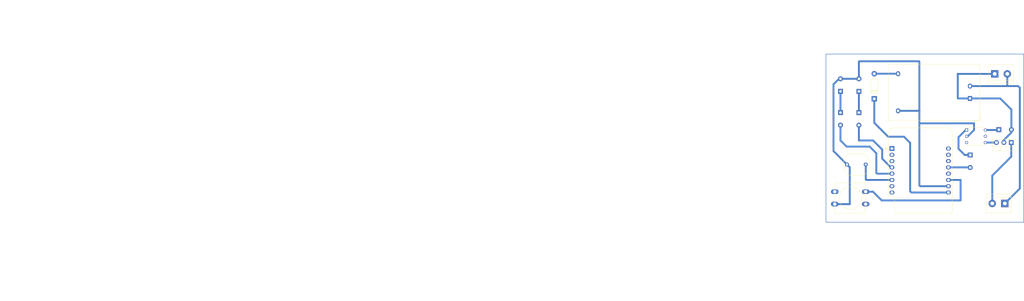
<source format=kicad_pcb>
(kicad_pcb (version 20240108) (generator "pcbnew") (generator_version "8.0")
  (title_block (title "Auto Light") (date "2024/09/22") (rev "02"))
  (layers (0 "F.Cu" signal) (31 "B.Cu" signal) (34 "B.Paste" user) (35 "F.Paste" user) (36 "B.SilkS" user "B.Silkscreen") (37 "F.SilkS" user "F.Silkscreen") (38 "B.Mask" user) (39 "F.Mask" user) (44 "Edge.Cuts" user))
  (net 0 "")
  (net 1 "Net-(D1-A)")
  (net 2 "Net-(D1-K)")
  (net 3 "Net-(J1-Pin_2)")
  (net 4 "Net-(J1-Pin_1)")
  (net 5 "Net-(D2-K)")
  (net 6 "Net-(J2-Pin_2)")
  (net 7 "Net-(Q1-G)")
  (net 8 "Net-(U1-MOSI{slash}D7)")
  (net 10 "Net-(U1-SCK{slash}D5)")
  (net 11 "Net-(U1-MISO{slash}D6)")
  (net 13 "Net-(U1-CS{slash}D8)")
  (net 14 "Net-(U1-SDA{slash}D2)")
  (net 21 "unconnected-(U1-D4-Pad11)")
  (footprint "Module:WEMOS_D1_mini_light" (layer "F.Cu") (at 112.04 80.76)
    (property "Reference" "U1" (hide yes))
    (property "Value" "WeMos_D1_mini")
    (fp_line (start -1.5 19.22) (end -1.5 -6.21) (stroke (width 0.12)) (layer "F.SilkS"))
    (fp_line (start -1.5 19.22) (end 1.04 19.22) (stroke (width 0.12)) (layer "F.SilkS"))
    (fp_line (start 1.04 19.22) (end 1.04 26.12) (stroke (width 0.12)) (layer "F.SilkS"))
    (fp_line (start 1.04 26.12) (end 24.36 26.12) (stroke (width 0.12)) (layer "F.SilkS"))
    (fp_line (start 22.24 -8.34) (end 0.63 -8.34) (stroke (width 0.12)) (layer "F.SilkS"))
    (fp_line (start 24.36 26.12) (end 24.36 -6.21) (stroke (width 0.12)) (layer "F.SilkS"))
    (fp_arc (start -1.5 -6.21) (mid -0.876137 -7.716137) (end 0.63 -8.34) (stroke (width 0.12)) (layer "F.SilkS"))
    (fp_arc (start 22.23 -8.34) (mid 23.736137 -7.716137) (end 24.36 -6.21) (stroke (width 0.12)) (layer "F.SilkS"))
    (fp_poly (pts (xy -2.54 -0.635) (xy -2.54 0.635) (xy -1.905 0)) (stroke (width 0.15)) (fill solid) (layer "F.SilkS"))
    (pad "1" thru_hole rect (at 0 0) (size 2 2) (drill 1) (layers "*.Cu" "*.Mask"))
    (pad "2" thru_hole oval (at 0 2.54) (size 2 1.6) (drill 1) (layers "*.Cu" "*.Mask"))
    (pad "3" thru_hole oval (at 0 5.08) (size 2 1.6) (drill 1) (layers "*.Cu" "*.Mask"))
    (pad "4" thru_hole oval (at 0 7.62) (size 2 1.6) (drill 1) (layers "*.Cu" "*.Mask") (net 10 "Net-(U1-SCK{slash}D5)"))
    (pad "5" thru_hole oval (at 0 10.16) (size 2 1.6) (drill 1) (layers "*.Cu" "*.Mask") (net 11 "Net-(U1-MISO{slash}D6)"))
    (pad "6" thru_hole oval (at 0 12.7) (size 2 1.6) (drill 1) (layers "*.Cu" "*.Mask") (net 8 "Net-(U1-MOSI{slash}D7)"))
    (pad "7" thru_hole oval (at 0 15.24) (size 2 1.6) (drill 1) (layers "*.Cu" "*.Mask") (net 13 "Net-(U1-CS{slash}D8)"))
    (pad "8" thru_hole oval (at 0 17.78) (size 2 1.6) (drill 1) (layers "*.Cu" "*.Mask"))
    (pad "9" thru_hole oval (at 22.86 17.78) (size 2 1.6) (drill 1) (layers "*.Cu" "*.Mask") (net 2 "Net-(D1-K)"))
    (pad "10" thru_hole oval (at 22.86 15.24) (size 2 1.6) (drill 1) (layers "*.Cu" "*.Mask") (net 5 "Net-(D2-K)"))
    (pad "11" thru_hole oval (at 22.86 12.7) (size 2 1.6) (drill 1) (layers "*.Cu" "*.Mask") (net 21 "unconnected-(U1-D4-Pad11)"))
    (pad "12" thru_hole oval (at 22.86 10.16) (size 2 1.6) (drill 1) (layers "*.Cu" "*.Mask"))
    (pad "13" thru_hole oval (at 22.86 7.62) (size 2 1.6) (drill 1) (layers "*.Cu" "*.Mask") (net 14 "Net-(U1-SDA{slash}D2)"))
    (pad "14" thru_hole oval (at 22.86 5.08) (size 2 1.6) (drill 1) (layers "*.Cu" "*.Mask"))
    (pad "15" thru_hole oval (at 22.86 2.54) (size 2 1.6) (drill 1) (layers "*.Cu" "*.Mask"))
    (pad "16" thru_hole oval (at 22.86 0) (size 2 1.6) (drill 1) (layers "*.Cu" "*.Mask"))
  )
  (footprint "TerminalBlock:TerminalBlock_bornier-2_P5.08mm" (layer "F.Cu") (at 98.7 66.235 -90)
    (property "Reference" "REF**" (hide yes))
    (property "Value" "P_LED")
    (pad "1" thru_hole rect (at 0 0 270) (size 2 2) (drill 1) (layers "*.Cu" "*.Mask") (net 5 "Net-(D2-K)"))
    (pad "2" thru_hole circle (at 5.08 0 270) (size 2 2) (drill 1) (layers "*.Cu" "*.Mask") (net 10 "Net-(U1-SCK{slash}D5)"))
  )
  (footprint "Diode_THT:D_DO-41_SOD81_P10.16mm_Horizontal" (layer "F.Cu") (at 104.925 60.655 90)
    (property "Reference" "D1" (hide yes))
    (property "Value" "1N4007")
    (fp_line (start 7.8 -1.47) (end 2.36 -1.47) (stroke (width 0.12)) (layer "F.SilkS"))
    (fp_line (start 3.38 -1.47) (end 3.38 1.47) (stroke (width 0.12)) (layer "F.SilkS"))
    (fp_line (start 3.26 -1.47) (end 3.26 1.47) (stroke (width 0.12)) (layer "F.SilkS"))
    (fp_line (start 3.14 -1.47) (end 3.14 1.47) (stroke (width 0.12)) (layer "F.SilkS"))
    (fp_line (start 2.36 -1.47) (end 2.36 1.47) (stroke (width 0.12)) (layer "F.SilkS"))
    (fp_line (start 8.82 0) (end 7.8 0) (stroke (width 0.12)) (layer "F.SilkS"))
    (fp_line (start 1.34 0) (end 2.36 0) (stroke (width 0.12)) (layer "F.SilkS"))
    (fp_line (start 7.8 1.47) (end 7.8 -1.47) (stroke (width 0.12)) (layer "F.SilkS"))
    (fp_line (start 2.36 1.47) (end 7.8 1.47) (stroke (width 0.12)) (layer "F.SilkS"))
    (pad "1" thru_hole rect (at 0 0 90) (size 2.2 2.2) (drill 1.1) (layers "*.Cu" "*.Mask") (net 2 "Net-(D1-K)"))
    (pad "2" thru_hole oval (at 10.16 0 90) (size 2.2 2.2) (drill 1.1) (layers "*.Cu" "*.Mask") (net 1 "Net-(D1-A)"))
  )
  (footprint "Package_TO_SOT_THT:TO-220-3_Vertical" (layer "F.Cu") (at 160.315 78.33 180)
    (property "Reference" "Q1" (hide yes))
    (property "Value" "BT136-500")
    (fp_line (start 7.66 -3.27) (end 7.66 1.371) (stroke (width 0.12)) (layer "F.SilkS"))
    (fp_line (start 4.391 -3.27) (end 4.391 -1.76) (stroke (width 0.12)) (layer "F.SilkS"))
    (fp_line (start 0.69 -3.27) (end 0.69 -1.76) (stroke (width 0.12)) (layer "F.SilkS"))
    (fp_line (start -2.58 1.371) (end 7.66 1.371) (stroke (width 0.12)) (layer "F.SilkS"))
    (fp_line (start -2.58 -1.76) (end 7.66 -1.76) (stroke (width 0.12)) (layer "F.SilkS"))
    (fp_line (start -2.58 -3.27) (end 7.66 -3.27) (stroke (width 0.12)) (layer "F.SilkS"))
    (fp_line (start -2.58 -3.27) (end -2.58 1.371) (stroke (width 0.12)) (layer "F.SilkS"))
    (pad "1" thru_hole rect (at 0 0 180) (size 1.905 2) (drill 1.1) (layers "*.Cu" "*.Mask") (net 6 "Net-(J2-Pin_2)"))
    (pad "2" thru_hole oval (at 3 0 180) (size 1.905 2) (drill 1.1) (layers "*.Cu" "*.Mask") (net 3 "Net-(J1-Pin_2)"))
    (pad "3" thru_hole oval (at 6 0 180) (size 1.905 2) (drill 1.1) (layers "*.Cu" "*.Mask") (net 7 "Net-(Q1-G)"))
  )
  (footprint "TerminalBlock:TerminalBlock_bornier-2_P5.08mm" (layer "F.Cu") (at 143.7 83.36 -90)
    (property "Reference" "REF**" (hide yes))
    (property "Value" "MOC_2023_R 330")
    (pad "1" thru_hole rect (at 0 0 270) (size 2 2) (drill 1) (layers "*.Cu" "*.Mask") (net 14 "Net-(U1-SDA{slash}D2)"))
    (pad "2" thru_hole circle (at 5.08 0 270) (size 2 2) (drill 1) (layers "*.Cu" "*.Mask") (net 14 "Net-(U1-SDA{slash}D2)"))
  )
  (footprint "TerminalBlock:TerminalBlock_bornier-2_P5.08mm" (layer "F.Cu") (at 153.625 50.575)
    (property "Reference" "REF**" (hide yes))
    (property "Value" "Main")
    (fp_line (start -2.54 -3.81) (end -2.54 3.81) (stroke (width 0.12)) (layer "F.SilkS"))
    (fp_line (start -2.54 3.81) (end 7.62 3.81) (stroke (width 0.12)) (layer "F.SilkS"))
    (fp_line (start 7.62 -3.81) (end -2.54 -3.81) (stroke (width 0.12)) (layer "F.SilkS"))
    (fp_line (start 7.62 2.54) (end -2.54 2.54) (stroke (width 0.12)) (layer "F.SilkS"))
    (fp_line (start 7.62 3.81) (end 7.62 -3.81) (stroke (width 0.12)) (layer "F.SilkS"))
    (pad "1" thru_hole rect (at 0 0) (size 3 3) (drill 1.52) (layers "*.Cu" "*.Mask" "Eco1.User") (net 3 "Net-(J1-Pin_2)"))
    (pad "2" thru_hole circle (at 5.08 0) (size 3 3) (drill 1.52) (layers "*.Cu" "*.Mask") (net 4 "Net-(J1-Pin_1)"))
  )
  (footprint "Button_Switch_THT:SW_PUSH-12mm" (layer "F.Cu") (at 88.935 98.225)
    (property "Reference" "REF**" (hide yes))
    (property "Value" "SW_PUSH-12mm")
    (fp_line (start 0.1 -3.65) (end 12.4 -3.65) (stroke (width 0.12)) (layer "F.SilkS"))
    (fp_line (start 0.1 -0.93) (end 0.1 -3.65) (stroke (width 0.12)) (layer "F.SilkS"))
    (fp_line (start 0.1 4.07) (end 0.1 0.93) (stroke (width 0.12)) (layer "F.SilkS"))
    (fp_line (start 0.1 8.65) (end 0.1 5.93) (stroke (width 0.12)) (layer "F.SilkS"))
    (fp_line (start 12.4 -3.65) (end 12.4 -0.93) (stroke (width 0.12)) (layer "F.SilkS"))
    (fp_line (start 12.4 0.93) (end 12.4 4.07) (stroke (width 0.12)) (layer "F.SilkS"))
    (fp_line (start 12.4 5.93) (end 12.4 8.65) (stroke (width 0.12)) (layer "F.SilkS"))
    (fp_line (start 12.4 8.65) (end 0.1 8.65) (stroke (width 0.12)) (layer "F.SilkS"))
    (fp_circle (center 6.35 2.54) (end 10.16 5.08) (stroke (width 0.12)) (fill none) (layer "F.SilkS"))
    (pad "1" thru_hole oval (at 0 0) (size 3.048 1.85) (drill 1.3) (layers "*.Cu" "*.Mask"))
    (pad "1" thru_hole oval (at 12.5 0) (size 3.048 1.85) (drill 1.3) (layers "*.Cu" "*.Mask") (net 21 "unconnected-(U1-D4-Pad11)"))
    (pad "2" thru_hole oval (at 0 5) (size 3.048 1.85) (drill 1.3) (layers "*.Cu" "*.Mask") (net 5 "Net-(D2-K)"))
    (pad "2" thru_hole oval (at 12.5 5) (size 3.048 1.85) (drill 1.3) (layers "*.Cu" "*.Mask"))
  )
  (footprint "TerminalBlock:TerminalBlock_bornier-2_P5.08mm" (layer "F.Cu") (at 91.25 66.22 -90)
    (property "Reference" "REF**" (hide yes))
    (property "Value" "S_LED")
    (pad "1" thru_hole rect (at 0 0 270) (size 2 2) (drill 1) (layers "*.Cu" "*.Mask") (net 5 "Net-(D2-K)"))
    (pad "2" thru_hole circle (at 5.08 0 270) (size 2 2) (drill 1) (layers "*.Cu" "*.Mask") (net 11 "Net-(U1-MISO{slash}D6)"))
  )
  (footprint "TerminalBlock:TerminalBlock_bornier-2_P5.08mm" (layer "F.Cu") (at 98.7 57.65 90)
    (property "Reference" "REF**" (hide yes))
    (property "Value" "P_LED_R 1K")
    (pad "1" thru_hole rect (at 0 0 90) (size 2 2) (drill 1) (layers "*.Cu" "*.Mask") (net 5 "Net-(D2-K)"))
    (pad "2" thru_hole circle (at 5.08 0 90) (size 2 2) (drill 1) (layers "*.Cu" "*.Mask") (net 5 "Net-(D2-K)"))
  )
  (footprint "TerminalBlock:TerminalBlock_bornier-2_P5.08mm" (layer "F.Cu") (at 91.25 57.635 90)
    (property "Reference" "REF**" (hide yes))
    (property "Value" "S_LED_R 1K")
    (pad "1" thru_hole rect (at 0 0 90) (size 2 2) (drill 1) (layers "*.Cu" "*.Mask") (net 5 "Net-(D2-K)"))
    (pad "2" thru_hole circle (at 5.08 0 90) (size 2 2) (drill 1) (layers "*.Cu" "*.Mask") (net 5 "Net-(D2-K)"))
  )
  (footprint "TerminalBlock:TerminalBlock_bornier-2_P5.08mm" (layer "F.Cu") (at 155.285 73.125)
    (property "Reference" "REF**" (hide yes))
    (property "Value" "TRIAC_R 10K")
    (pad "1" thru_hole rect (at 0 0) (size 2 2) (drill 1) (layers "*.Cu" "*.Mask") (net 3 "Net-(J1-Pin_2)"))
    (pad "2" thru_hole circle (at 5.08 0) (size 2 2) (drill 1) (layers "*.Cu" "*.Mask") (net 3 "Net-(J1-Pin_2)"))
  )
  (footprint "TerminalBlock:TerminalBlock_bornier-2_P5.08mm" (layer "F.Cu") (at 157.715 102.975 180)
    (property "Reference" "REF**" (hide yes))
    (property "Value" "LOAD")
    (fp_line (start 7.62 3.81) (end 7.62 -3.81) (stroke (width 0.12)) (layer "F.SilkS"))
    (fp_line (start 7.62 2.54) (end -2.54 2.54) (stroke (width 0.12)) (layer "F.SilkS"))
    (fp_line (start 7.62 -3.81) (end -2.54 -3.81) (stroke (width 0.12)) (layer "F.SilkS"))
    (fp_line (start -2.54 3.81) (end 7.62 3.81) (stroke (width 0.12)) (layer "F.SilkS"))
    (fp_line (start -2.54 -3.81) (end -2.54 3.81) (stroke (width 0.12)) (layer "F.SilkS"))
    (pad "1" thru_hole rect (at 0 0 180) (size 3 3) (drill 1.52) (layers "*.Cu" "*.Mask") (net 4 "Net-(J1-Pin_1)"))
    (pad "2" thru_hole circle (at 5.08 0 180) (size 3 3) (drill 1.52) (layers "*.Cu" "*.Mask") (net 6 "Net-(J2-Pin_2)"))
  )
  (footprint "OptoDevice:R_LDR_10x8.5mm_P7.6mm_Vertical" (layer "F.Cu") (at 93.875 87.225)
    (property "Reference" "R1" (hide yes))
    (property "Value" "LDR03")
    (fp_line (start 0.8 -4.4) (end 6.8 -4.4) (stroke (width 0.12)) (layer "F.SilkS"))
    (fp_line (start 0.8 4.4) (end 6.8 4.4) (stroke (width 0.12)) (layer "F.SilkS"))
    (fp_arc (start 0.8 4.4) (mid -1.525374 0.019809) (end 0.76735 -4.37756) (stroke (width 0.12)) (layer "F.SilkS"))
    (fp_arc (start 6.8 -4.4) (mid 9.125374 -0.019809) (end 6.83265 4.37756) (stroke (width 0.12)) (layer "F.SilkS"))
    (pad "1" thru_hole circle (at 0 0) (size 1.6 1.6) (drill 0.8) (layers "*.Cu" "*.Mask") (net 5 "Net-(D2-K)"))
    (pad "2" thru_hole circle (at 7.6 0) (size 1.6 1.6) (drill 0.8) (layers "*.Cu" "*.Mask") (net 8 "Net-(U1-MOSI{slash}D7)"))
  )
  (footprint "Converter_ACDC:Converter_ACDC_Hi-Link_HLK-PMxx" (layer "F.Cu") (at 143.6225 60.5075 180)
    (property "Reference" "PS1" (hide yes))
    (property "Value" "HLK-PM01")
    (fp_line (start 33 -8.81) (end 33 13.81) (stroke (width 0.12)) (layer "F.SilkS"))
    (fp_line (start -3.92 13.81) (end 33 13.81) (stroke (width 0.12)) (layer "F.SilkS"))
    (fp_line (start -3.92 -8.81) (end 33 -8.81) (stroke (width 0.12)) (layer "F.SilkS"))
    (fp_line (start -3.92 -8.81) (end -3.92 13.81) (stroke (width 0.12)) (layer "F.SilkS"))
    (fp_line (start -4.16 -6.05) (end -4.16 -9.05) (stroke (width 0.12)) (layer "F.SilkS"))
    (fp_line (start -4.16 -9.05) (end -1.16 -9.05) (stroke (width 0.12)) (layer "F.SilkS"))
    (pad "1" thru_hole rect (at 0 0 180) (size 1.7 2) (drill 1) (layers "*.Cu" "*.Mask") (net 3 "Net-(J1-Pin_2)"))
    (pad "2" thru_hole oval (at 0 5 180) (size 1.7 2) (drill 1) (layers "*.Cu" "*.Mask") (net 4 "Net-(J1-Pin_1)"))
    (pad "3" thru_hole oval (at 29.08 -5 180) (size 1.7 2) (drill 1) (layers "*.Cu" "*.Mask") (net 5 "Net-(D2-K)"))
    (pad "4" thru_hole oval (at 29.08 10 180) (size 1.7 2) (drill 1) (layers "*.Cu" "*.Mask") (net 1 "Net-(D1-A)"))
  )
  (footprint "MOC3023:DIP762W48P254L889H508Q6" (layer "F.Cu") (at 146.0325 75.8)
    (property "Reference" "REF**" (hide yes))
    (property "Value" "MOC2023")
    (fp_line (start -3.43 -3.68) (end 3.43 -3.68) (stroke (width 0.127)) (layer "F.SilkS"))
    (fp_line (start -3.43 -3.45) (end -3.43 -3.68) (stroke (width 0.127)) (layer "F.SilkS"))
    (fp_line (start -3.43 3.45) (end -3.43 3.68) (stroke (width 0.127)) (layer "F.SilkS"))
    (fp_line (start -3.43 3.68) (end 3.43 3.68) (stroke (width 0.127)) (layer "F.SilkS"))
    (fp_line (start 3.43 -3.68) (end 3.43 -3.45) (stroke (width 0.127)) (layer "F.SilkS"))
    (fp_line (start 3.43 3.68) (end 3.43 3.45) (stroke (width 0.127)) (layer "F.SilkS"))
    (fp_circle (center -5.08 -2.54) (end -4.98 -2.54) (stroke (width 0.2)) (fill none) (layer "F.SilkS"))
    (pad "1" thru_hole rect (at -3.81 -2.54) (size 1.26 1.26) (drill 0.84) (layers "*.Cu" "*.Mask") (net 14 "Net-(U1-SDA{slash}D2)"))
    (pad "2" thru_hole circle (at -3.81 0) (size 1.26 1.26) (drill 0.84) (layers "*.Cu" "*.Mask") (net 5 "Net-(D2-K)"))
    (pad "3" thru_hole circle (at -3.81 2.54) (size 1.26 1.26) (drill 0.84) (layers "*.Cu" "*.Mask"))
    (pad "4" thru_hole circle (at 3.81 2.54) (size 1.26 1.26) (drill 0.84) (layers "*.Cu" "*.Mask") (net 7 "Net-(Q1-G)"))
    (pad "5" thru_hole circle (at 3.81 0) (size 1.26 1.26) (drill 0.84) (layers "*.Cu" "*.Mask"))
    (pad "6" thru_hole circle (at 3.81 -2.54) (size 1.26 1.26) (drill 0.84) (layers "*.Cu" "*.Mask") (net 3 "Net-(J1-Pin_2)"))
  )
  (gr_rect (start 85.375 42.55) (end 165.375 110.55) (stroke (width 0.2)) (fill none) (layer "B.Cu"))
  (segment (start 114.53 50.495) (end 114.5425 50.5075) (width 0.76) (layer "F.Cu") (net 1))
  (segment (start 104.925 50.495) (end 114.53 50.495) (width 0.76) (layer "B.Cu") (net 1))
  (segment (start 116.925 75.975) (end 119.425 78.475) (width 0.76) (layer "B.Cu") (net 2))
  (segment (start 110.525 75.975) (end 116.925 75.975) (width 0.76) (layer "B.Cu") (net 2))
  (segment (start 104.925 60.655) (end 104.925 70.375) (width 0.76) (layer "B.Cu") (net 2))
  (segment (start 119.94 98.54) (end 134.965 98.54) (width 0.76) (layer "B.Cu") (net 2))
  (segment (start 119.425 98.025) (end 119.94 98.54) (width 0.76) (layer "B.Cu") (net 2))
  (segment (start 104.925 70.375) (end 110.525 75.975) (width 0.76) (layer "B.Cu") (net 2))
  (segment (start 119.425 78.475) (end 119.425 98.025) (width 0.76) (layer "B.Cu") (net 2))
  (segment (start 155.15 73.26) (end 155.285 73.125) (width 0.76) (layer "F.Cu") (net 3))
  (segment (start 153.625 50.575) (end 138.7 50.575) (width 0.76) (layer "B.Cu") (net 3))
  (segment (start 143.6225 60.5075) (end 155.8575 60.5075) (width 0.76) (layer "B.Cu") (net 3))
  (segment (start 155.8575 60.5075) (end 160.365 65.015) (width 0.76) (layer "B.Cu") (net 3))
  (segment (start 138.675 50.55) (end 138.675 60.375) (width 0.76) (layer "B.Cu") (net 3))
  (segment (start 138.8075 60.5075) (end 143.6225 60.5075) (width 0.76) (layer "B.Cu") (net 3))
  (segment (start 160.365 74.285) (end 159.075 75.575) (width 0.76) (layer "B.Cu") (net 3))
  (segment (start 160.365 73.125) (end 160.365 74.285) (width 0.76) (layer "B.Cu") (net 3))
  (segment (start 157.315 77.335) (end 157.315 78.33) (width 0.76) (layer "B.Cu") (net 3))
  (segment (start 160.365 65.015) (end 160.365 73.125) (width 0.76) (layer "B.Cu") (net 3))
  (segment (start 149.8425 73.26) (end 155.15 73.26) (width 0.76) (layer "B.Cu") (net 3))
  (segment (start 159.075 75.575) (end 157.315 77.335) (width 0.76) (layer "B.Cu") (net 3))
  (segment (start 157.775 102.915) (end 157.715 102.975) (width 0.76) (layer "F.Cu") (net 4))
  (segment (start 158.705 55.5075) (end 163.1075 55.5075) (width 0.76) (layer "B.Cu") (net 4))
  (segment (start 163.275 55.675) (end 163.775 56.175) (width 0.76) (layer "B.Cu") (net 4))
  (segment (start 163.775 56.175) (end 163.775 96.915) (width 0.76) (layer "B.Cu") (net 4))
  (segment (start 158.705 55.5075) (end 158.705 50.575) (width 0.76) (layer "B.Cu") (net 4))
  (segment (start 163.775 96.915) (end 157.715 102.975) (width 0.76) (layer "B.Cu") (net 4))
  (segment (start 143.6225 55.5075) (end 158.705 55.5075) (width 0.76) (layer "B.Cu") (net 4))
  (segment (start 88.935 103.225) (end 88.96 103.25) (width 0.76) (layer "F.Cu") (net 5))
  (segment (start 98.685 57.635) (end 98.7 57.65) (width 0.76) (layer "F.Cu") (net 5))
  (segment (start 91.25 52.555) (end 90.67 52.555) (width 0.76) (layer "F.Cu") (net 5))
  (segment (start 98.685 52.555) (end 98.7 52.57) (width 0.76) (layer "F.Cu") (net 5))
  (segment (start 94.975 103.25) (end 95 103.225) (width 0.76) (layer "F.Cu") (net 5))
  (segment (start 142.2225 75.8) (end 142.225 75.8) (width 0.76) (layer "F.Cu") (net 5))
  (segment (start 123.15 95.65) (end 123.5 96) (width 0.76) (layer "F.Cu") (net 5))
  (segment (start 88.425 81.775) (end 93.875 87.225) (width 0.76) (layer "B.Cu") (net 5))
  (segment (start 145.25 73.275) (end 145.25 70.575) (width 0.76) (layer "B.Cu") (net 5))
  (segment (start 123.15 45.6) (end 123.15 65.5075) (width 0.76) (layer "B.Cu") (net 5))
  (segment (start 95 88.35) (end 93.875 87.225) (width 0.76) (layer "B.Cu") (net 5))
  (segment (start 142.725 75.8) (end 145.25 73.275) (width 0.76) (layer "B.Cu") (net 5))
  (segment (start 123.2 70.575) (end 123.15 70.625) (width 0.76) (layer "B.Cu") (net 5))
  (segment (start 123.5 96) (end 134.965 96) (width 0.76) (layer "B.Cu") (net 5))
  (segment (start 142.2225 75.8) (end 142.725 75.8) (width 0.76) (layer "B.Cu") (net 5))
  (segment (start 91.25 52.555) (end 98.685 52.555) (width 0.76) (layer "B.Cu") (net 5))
  (segment (start 145.25 70.575) (end 123.2 70.575) (width 0.76) (layer "B.Cu") (net 5))
  (segment (start 123.15 65.5075) (end 123.15 70.625) (width 0.76) (layer "B.Cu") (net 5))
  (segment (start 123.15 70.625) (end 123.15 95.65) (width 0.76) (layer "B.Cu") (net 5))
  (segment (start 98.8 45.475) (end 123.025 45.475) (width 0.76) (layer "B.Cu") (net 5))
  (segment (start 98.7 52.57) (end 98.7 45.575) (width 0.76) (layer "B.Cu") (net 5))
  (segment (start 90.67 52.555) (end 88.425 54.8) (width 0.76) (layer "B.Cu") (net 5))
  (segment (start 114.5425 65.5075) (end 123.15 65.5075) (width 0.76) (layer "B.Cu") (net 5))
  (segment (start 91.25 66.22) (end 91.25 57.635) (width 0.76) (layer "B.Cu") (net 5))
  (segment (start 88.425 54.8) (end 88.425 81.775) (width 0.76) (layer "B.Cu") (net 5))
  (segment (start 98.7 66.235) (end 98.7 57.65) (width 0.76) (layer "B.Cu") (net 5))
  (segment (start 88.96 103.25) (end 94.975 103.25) (width 0.76) (layer "B.Cu") (net 5))
  (segment (start 95 103.225) (end 95 88.35) (width 0.76) (layer "B.Cu") (net 5))
  (segment (start 160.365 78.28) (end 160.315 78.33) (width 0.76) (layer "F.Cu") (net 6))
  (segment (start 160.315 84.035) (end 152.635 91.715) (width 0.76) (layer "B.Cu") (net 6))
  (segment (start 152.635 91.715) (end 152.635 102.975) (width 0.76) (layer "B.Cu") (net 6))
  (segment (start 160.315 78.33) (end 160.315 84.035) (width 0.76) (layer "B.Cu") (net 6))
  (segment (start 154.305 78.34) (end 154.315 78.33) (width 0.76) (layer "F.Cu") (net 7))
  (segment (start 149.8425 78.34) (end 154.305 78.34) (width 0.76) (layer "B.Cu") (net 7))
  (segment (start 101.66 93.46) (end 112.04 93.46) (width 0.76) (layer "B.Cu") (net 8))
  (segment (start 101.475 87.225) (end 101.475 93.275) (width 0.76) (layer "B.Cu") (net 8))
  (segment (start 111.636426 88.38) (end 112.04 88.38) (width 0.76) (layer "F.Cu") (net 10))
  (segment (start 104.445 77.495) (end 108.125 81.175) (width 0.76) (layer "B.Cu") (net 10))
  (segment (start 98.7 71.315) (end 98.7 77.495) (width 0.76) (layer "B.Cu") (net 10))
  (segment (start 108.125 84.868574) (end 111.636426 88.38) (width 0.76) (layer "B.Cu") (net 10))
  (segment (start 98.7 77.495) (end 104.445 77.495) (width 0.76) (layer "B.Cu") (net 10))
  (segment (start 108.125 81.175) (end 108.125 84.868574) (width 0.76) (layer "B.Cu") (net 10))
  (segment (start 91.25 77.5) (end 91.25 71.3) (width 0.76) (layer "B.Cu") (net 11))
  (segment (start 105.75 82.675) (end 103.05 79.975) (width 0.76) (layer "B.Cu") (net 11))
  (segment (start 105.75 90.625) (end 105.75 82.675) (width 0.76) (layer "B.Cu") (net 11))
  (segment (start 112.04 90.92) (end 106.045 90.92) (width 0.76) (layer "B.Cu") (net 11))
  (segment (start 93.725 79.975) (end 91.25 77.5) (width 0.76) (layer "B.Cu") (net 11))
  (segment (start 103.05 79.975) (end 93.725 79.975) (width 0.76) (layer "B.Cu") (net 11))
  (segment (start 141.915 73.26) (end 142.2225 73.26) (width 0.76) (layer "F.Cu") (net 14))
  (segment (start 143.64 88.38) (end 143.7 88.44) (width 0.76) (layer "F.Cu") (net 14))
  (segment (start 141.485 83.36) (end 138.975 80.85) (width 0.76) (layer "B.Cu") (net 14))
  (segment (start 138.975 76.2) (end 141.915 73.26) (width 0.76) (layer "B.Cu") (net 14))
  (segment (start 134.9 88.38) (end 143.64 88.38) (width 0.76) (layer "B.Cu") (net 14))
  (segment (start 138.975 80.85) (end 138.975 76.2) (width 0.76) (layer "B.Cu") (net 14))
  (segment (start 143.7 83.36) (end 141.485 83.36) (width 0.76) (layer "B.Cu") (net 14))
  (segment (start 139.7 101.75) (end 107.925 101.75) (width 0.76) (layer "B.Cu") (net 21))
  (segment (start 139.825 93.45) (end 139.825 101.625) (width 0.76) (layer "B.Cu") (net 21))
  (segment (start 139.825 101.625) (end 139.7 101.75) (width 0.76) (layer "B.Cu") (net 21))
  (segment (start 139.815 93.46) (end 139.825 93.45) (width 0.76) (layer "B.Cu") (net 21))
  (segment (start 107.925 101.75) (end 104.4 98.225) (width 0.76) (layer "B.Cu") (net 21))
  (segment (start 104.4 98.225) (end 101.435 98.225) (width 0.76) (layer "B.Cu") (net 21))
  (segment (start 134.9 93.46) (end 139.815 93.46) (width 0.76) (layer "B.Cu") (net 21))
)
</source>
